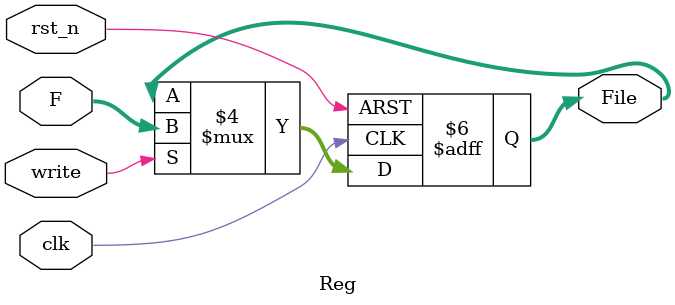
<source format=v>
`timescale 1ns / 1ps
module Reg(input [31:0]F,input clk,input rst_n,input write,
output reg[31:0]File);
    always @(negedge rst_n or posedge clk) begin
        if(!rst_n)
        File<=0;
        else if(write==1)
        File<=F;
        else ;
    end
endmodule

</source>
